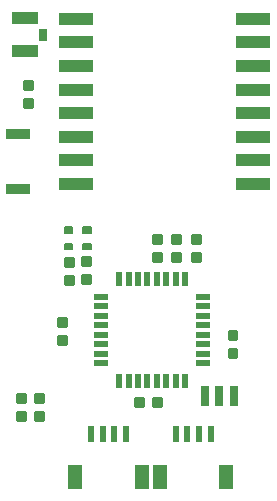
<source format=gbr>
G04 EAGLE Gerber RS-274X export*
G75*
%MOMM*%
%FSLAX34Y34*%
%LPD*%
%INSolderpaste Top*%
%IPPOS*%
%AMOC8*
5,1,8,0,0,1.08239X$1,22.5*%
G01*
%ADD10C,0.222250*%
%ADD11R,2.200000X1.050000*%
%ADD12R,0.800000X1.000000*%
%ADD13R,0.600000X1.350000*%
%ADD14R,1.200000X2.000000*%
%ADD15R,2.000000X0.870000*%
%ADD16R,0.558800X1.270000*%
%ADD17R,1.270000X0.558800*%
%ADD18C,0.158750*%
%ADD19R,0.700000X1.700000*%
%ADD20R,3.000000X1.000000*%


D10*
X20854Y344134D02*
X20854Y350802D01*
X27522Y350802D01*
X27522Y344134D01*
X20854Y344134D01*
X20854Y346246D02*
X27522Y346246D01*
X27522Y348358D02*
X20854Y348358D01*
X20854Y350470D02*
X27522Y350470D01*
X20854Y335562D02*
X20854Y328894D01*
X20854Y335562D02*
X27522Y335562D01*
X27522Y328894D01*
X20854Y328894D01*
X20854Y331006D02*
X27522Y331006D01*
X27522Y333118D02*
X20854Y333118D01*
X20854Y335230D02*
X27522Y335230D01*
D11*
X21882Y403834D03*
X21882Y376334D03*
D12*
X37132Y390084D03*
D10*
X36550Y85644D02*
X29882Y85644D01*
X36550Y85644D02*
X36550Y78976D01*
X29882Y78976D01*
X29882Y85644D01*
X29882Y81088D02*
X36550Y81088D01*
X36550Y83200D02*
X29882Y83200D01*
X29882Y85312D02*
X36550Y85312D01*
X21310Y85644D02*
X14642Y85644D01*
X21310Y85644D02*
X21310Y78976D01*
X14642Y78976D01*
X14642Y85644D01*
X14642Y81088D02*
X21310Y81088D01*
X21310Y83200D02*
X14642Y83200D01*
X14642Y85312D02*
X21310Y85312D01*
X29926Y70306D02*
X36594Y70306D01*
X36594Y63638D01*
X29926Y63638D01*
X29926Y70306D01*
X29926Y65750D02*
X36594Y65750D01*
X36594Y67862D02*
X29926Y67862D01*
X29926Y69974D02*
X36594Y69974D01*
X21354Y70306D02*
X14686Y70306D01*
X21354Y70306D02*
X21354Y63638D01*
X14686Y63638D01*
X14686Y70306D01*
X14686Y65750D02*
X21354Y65750D01*
X21354Y67862D02*
X14686Y67862D01*
X14686Y69974D02*
X21354Y69974D01*
D13*
X149200Y52000D03*
X159200Y52000D03*
X169200Y52000D03*
X179200Y52000D03*
D14*
X192200Y15250D03*
X136200Y15250D03*
D13*
X77340Y52000D03*
X87340Y52000D03*
X97340Y52000D03*
X107340Y52000D03*
D14*
X120340Y15250D03*
X64340Y15250D03*
D15*
X16070Y259532D03*
X16070Y305532D03*
D16*
X101300Y97074D03*
X109300Y97074D03*
X117300Y97074D03*
X125300Y97074D03*
X133300Y97074D03*
X141300Y97074D03*
X149300Y97074D03*
X157300Y97074D03*
D17*
X172226Y112000D03*
X172226Y120000D03*
X172226Y128000D03*
X172226Y136000D03*
X172226Y144000D03*
X172226Y152000D03*
X172226Y160000D03*
X172226Y168000D03*
D16*
X157300Y182926D03*
X149300Y182926D03*
X141300Y182926D03*
X133300Y182926D03*
X125300Y182926D03*
X117300Y182926D03*
X109300Y182926D03*
X101300Y182926D03*
D17*
X86374Y168000D03*
X86374Y160000D03*
X86374Y152000D03*
X86374Y144000D03*
X86374Y136000D03*
X86374Y128000D03*
X86374Y120000D03*
X86374Y112000D03*
D10*
X169450Y198342D02*
X169450Y205010D01*
X169450Y198342D02*
X162782Y198342D01*
X162782Y205010D01*
X169450Y205010D01*
X169450Y200454D02*
X162782Y200454D01*
X162782Y202566D02*
X169450Y202566D01*
X169450Y204678D02*
X162782Y204678D01*
X169450Y213582D02*
X169450Y220250D01*
X169450Y213582D02*
X162782Y213582D01*
X162782Y220250D01*
X169450Y220250D01*
X169450Y215694D02*
X162782Y215694D01*
X162782Y217806D02*
X169450Y217806D01*
X169450Y219918D02*
X162782Y219918D01*
X130016Y220250D02*
X130016Y213582D01*
X130016Y220250D02*
X136684Y220250D01*
X136684Y213582D01*
X130016Y213582D01*
X130016Y215694D02*
X136684Y215694D01*
X136684Y217806D02*
X130016Y217806D01*
X130016Y219918D02*
X136684Y219918D01*
X130016Y205010D02*
X130016Y198342D01*
X130016Y205010D02*
X136684Y205010D01*
X136684Y198342D01*
X130016Y198342D01*
X130016Y200454D02*
X136684Y200454D01*
X136684Y202566D02*
X130016Y202566D01*
X130016Y204678D02*
X136684Y204678D01*
X121444Y75660D02*
X114776Y75660D01*
X114776Y82328D01*
X121444Y82328D01*
X121444Y75660D01*
X121444Y77772D02*
X114776Y77772D01*
X114776Y79884D02*
X121444Y79884D01*
X121444Y81996D02*
X114776Y81996D01*
X130016Y75660D02*
X136684Y75660D01*
X130016Y75660D02*
X130016Y82328D01*
X136684Y82328D01*
X136684Y75660D01*
X136684Y77772D02*
X130016Y77772D01*
X130016Y79884D02*
X136684Y79884D01*
X136684Y81996D02*
X130016Y81996D01*
X146018Y213582D02*
X146018Y220250D01*
X152686Y220250D01*
X152686Y213582D01*
X146018Y213582D01*
X146018Y215694D02*
X152686Y215694D01*
X152686Y217806D02*
X146018Y217806D01*
X146018Y219918D02*
X152686Y219918D01*
X146018Y205010D02*
X146018Y198342D01*
X146018Y205010D02*
X152686Y205010D01*
X152686Y198342D01*
X146018Y198342D01*
X146018Y200454D02*
X152686Y200454D01*
X152686Y202566D02*
X146018Y202566D01*
X146018Y204678D02*
X152686Y204678D01*
D18*
X77374Y208312D02*
X77374Y213074D01*
X77374Y208312D02*
X70962Y208312D01*
X70962Y213074D01*
X77374Y213074D01*
X77374Y209821D02*
X70962Y209821D01*
X70962Y211330D02*
X77374Y211330D01*
X77374Y212839D02*
X70962Y212839D01*
X77374Y222282D02*
X77374Y227044D01*
X77374Y222282D02*
X70962Y222282D01*
X70962Y227044D01*
X77374Y227044D01*
X77374Y223791D02*
X70962Y223791D01*
X70962Y225300D02*
X77374Y225300D01*
X77374Y226809D02*
X70962Y226809D01*
X61626Y213074D02*
X61626Y208312D01*
X55214Y208312D01*
X55214Y213074D01*
X61626Y213074D01*
X61626Y209821D02*
X55214Y209821D01*
X55214Y211330D02*
X61626Y211330D01*
X61626Y212839D02*
X55214Y212839D01*
X61626Y222282D02*
X61626Y227044D01*
X61626Y222282D02*
X55214Y222282D01*
X55214Y227044D01*
X61626Y227044D01*
X61626Y223791D02*
X55214Y223791D01*
X55214Y225300D02*
X61626Y225300D01*
X61626Y226809D02*
X55214Y226809D01*
D10*
X70326Y201454D02*
X70326Y194786D01*
X70326Y201454D02*
X76994Y201454D01*
X76994Y194786D01*
X70326Y194786D01*
X70326Y196898D02*
X76994Y196898D01*
X76994Y199010D02*
X70326Y199010D01*
X70326Y201122D02*
X76994Y201122D01*
X70326Y186214D02*
X70326Y179546D01*
X70326Y186214D02*
X76994Y186214D01*
X76994Y179546D01*
X70326Y179546D01*
X70326Y181658D02*
X76994Y181658D01*
X76994Y183770D02*
X70326Y183770D01*
X70326Y185882D02*
X76994Y185882D01*
X55340Y194532D02*
X55340Y201200D01*
X62008Y201200D01*
X62008Y194532D01*
X55340Y194532D01*
X55340Y196644D02*
X62008Y196644D01*
X62008Y198756D02*
X55340Y198756D01*
X55340Y200868D02*
X62008Y200868D01*
X55340Y185960D02*
X55340Y179292D01*
X55340Y185960D02*
X62008Y185960D01*
X62008Y179292D01*
X55340Y179292D01*
X55340Y181404D02*
X62008Y181404D01*
X62008Y183516D02*
X55340Y183516D01*
X55340Y185628D02*
X62008Y185628D01*
D19*
X198182Y83820D03*
X186182Y83820D03*
X174182Y83820D03*
D10*
X194024Y132556D02*
X194024Y139224D01*
X200692Y139224D01*
X200692Y132556D01*
X194024Y132556D01*
X194024Y134668D02*
X200692Y134668D01*
X200692Y136780D02*
X194024Y136780D01*
X194024Y138892D02*
X200692Y138892D01*
X194024Y123984D02*
X194024Y117316D01*
X194024Y123984D02*
X200692Y123984D01*
X200692Y117316D01*
X194024Y117316D01*
X194024Y119428D02*
X200692Y119428D01*
X200692Y121540D02*
X194024Y121540D01*
X194024Y123652D02*
X200692Y123652D01*
X56674Y128492D02*
X56674Y135160D01*
X56674Y128492D02*
X50006Y128492D01*
X50006Y135160D01*
X56674Y135160D01*
X56674Y130604D02*
X50006Y130604D01*
X50006Y132716D02*
X56674Y132716D01*
X56674Y134828D02*
X50006Y134828D01*
X56674Y143732D02*
X56674Y150400D01*
X56674Y143732D02*
X50006Y143732D01*
X50006Y150400D01*
X56674Y150400D01*
X56674Y145844D02*
X50006Y145844D01*
X50006Y147956D02*
X56674Y147956D01*
X56674Y150068D02*
X50006Y150068D01*
D20*
X214446Y363502D03*
X64446Y323502D03*
X64446Y403502D03*
X64446Y303502D03*
X64446Y283502D03*
X64446Y263502D03*
X64446Y363502D03*
X64446Y343502D03*
X214446Y383502D03*
X214446Y263502D03*
X214446Y403502D03*
X64446Y383502D03*
X214446Y283502D03*
X214446Y303502D03*
X214446Y343502D03*
X214446Y323502D03*
M02*

</source>
